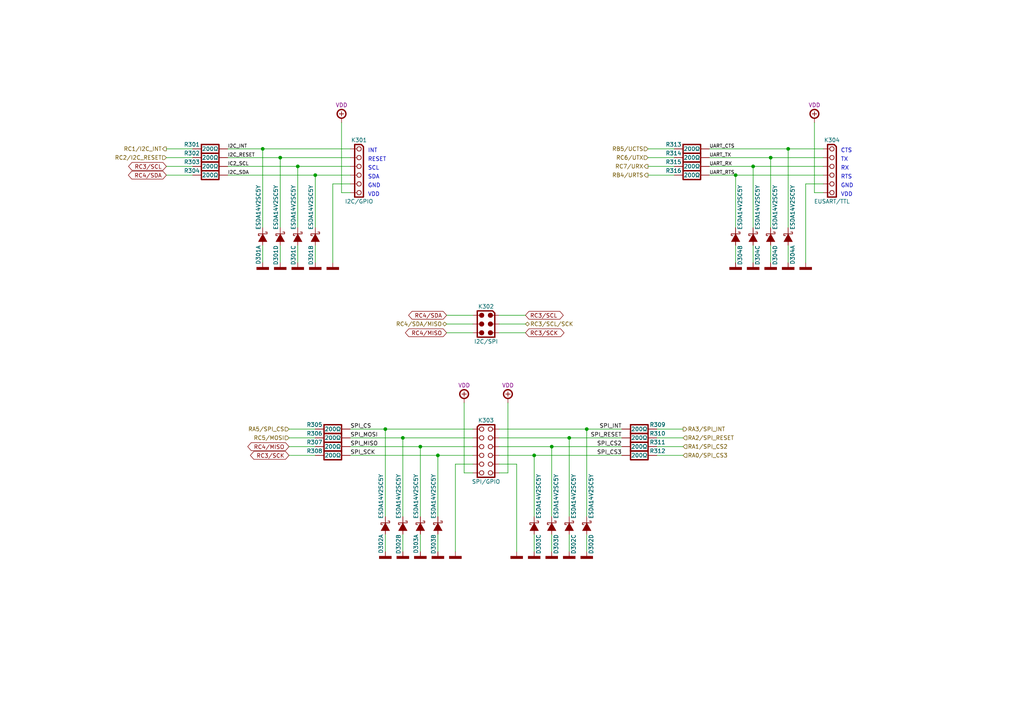
<source format=kicad_sch>
(kicad_sch (version 20250114) (generator "eeschema") (generator_version "9.0")
  (paper "A4")
  (title_block (title "Modules") (date "01/2022") (rev "A") (comment 1 "PIC8-Bit Trainer"))
  (lib_symbols
    (symbol "tronixio:+VDD" (power) (pin_numbers (hide yes)) (pin_names (offset 0) (hide yes))
      (property "Description" "VDD" (at 0 5.08 0))
      (symbol "+VDD_0_1"
        (polyline (pts (xy -0.635 2.54) (xy 0.635 2.54)) (stroke (width 0.2)))
        (circle (center 0 2.54) (radius 1.27) (stroke (width 0.4)))
        (polyline (pts (xy 0 1.905) (xy 0 3.175)) (stroke (width 0.2)))
      )
      (symbol "+VDD_1_1"
        (pin power_in line (at 0 0 90) (length 1.27) (name "~") (number "1"))
      )
    )
    (symbol "tronixio:GND" (power) (pin_numbers (hide yes)) (pin_names (offset 0) (hide yes))
      (symbol "GND_0_1"
        (rectangle (start -1.778 -2.032) (end 1.778 -1.27) (stroke (width 0.001)) (fill (type outline)))
      )
      (symbol "GND_1_1"
        (pin power_in line (at 0 0 270) (length 1.27) (name "~") (number "1"))
      )
    )
    (symbol "tronixio:HARWIN-254-M-2X03-RIGHT-ANGLE" (pin_numbers (hide yes)) (pin_names (offset 0) (hide yes))
      (property "Reference" "K" (at 1.27 2.54 0))
      (property "Value" "HARWIN-254-M-2X03-RIGHT-ANGLE" (at 1.27 -7.62 0))
      (symbol "HARWIN-254-M-2X03-RIGHT-ANGLE_0_0"
        (polyline (pts (xy -1.27 -6.35) (xy 3.81 -6.35) (xy 3.81 1.27) (xy -0.635 1.27) (xy -1.27 0.635) (xy -1.27 -6.35)) (stroke (width 0.4)))
        (circle (center 0 0) (radius 0.635) (stroke (width 0.2)) (fill (type outline)))
        (circle (center 0 -2.54) (radius 0.635) (stroke (width 0.2)) (fill (type outline)))
        (circle (center 0 -5.08) (radius 0.635) (stroke (width 0.2)) (fill (type outline)))
        (circle (center 2.54 0) (radius 0.635) (stroke (width 0.2)) (fill (type outline)))
        (circle (center 2.54 -2.54) (radius 0.635) (stroke (width 0.2)) (fill (type outline)))
        (circle (center 2.54 -5.08) (radius 0.635) (stroke (width 0.2)) (fill (type outline)))
      )
      (symbol "HARWIN-254-M-2X03-RIGHT-ANGLE_1_1"
        (pin passive line (at -2.54 0 0) (length 1.905) (name "1") (number "1"))
        (pin passive line (at -2.54 -2.54 0) (length 1.905) (name "3") (number "3"))
        (pin passive line (at -2.54 -5.08 0) (length 1.905) (name "5") (number "5"))
        (pin passive line (at 5.08 0 180) (length 1.905) (name "2") (number "2"))
        (pin passive line (at 5.08 -2.54 180) (length 1.905) (name "4") (number "4"))
        (pin passive line (at 5.08 -5.08 180) (length 1.905) (name "6") (number "6"))
      )
    )
    (symbol "tronixio:RESISTOR-1206-200R-5P" (pin_numbers (hide yes)) (pin_names (offset 0) (hide yes))
      (property "Reference" "R" (at 0.635 3.81 0))
      (property "Value" "200Ω" (at 0 0 90))
      (symbol "RESISTOR-1206-200R-5P_0_1"
        (rectangle (start -1.27 -2.54) (end 1.27 2.54) (stroke (width 0.4)))
      )
      (symbol "RESISTOR-1206-200R-5P_1_1"
        (pin passive line (at 0 5.08 270) (length 2.54) (name "~") (number "1"))
        (pin passive line (at 0 -5.08 90) (length 2.54) (name "~") (number "2"))
      )
    )
    (symbol "tronixio:SAMTEC-254-F-1X06-RIGHT-ANGLE" (pin_numbers (hide yes)) (pin_names (offset 0) (hide yes))
      (property "Reference" "K" (at 0 2.54 0))
      (property "Value" "SAMTEC-SSW-106-02-T-S-RA" (at 0 -15.24 0))
      (symbol "SAMTEC-254-F-1X06-RIGHT-ANGLE_0_1"
        (polyline (pts (xy -1.27 -13.97) (xy 1.27 -13.97) (xy 1.27 0.635) (xy 0.635 1.27) (xy -1.27 1.27) (xy -1.27 -13.97)) (stroke (width 0.4)))
        (circle (center 0 0) (radius 0.635) (stroke (width 0.2)))
        (circle (center 0 -2.54) (radius 0.635) (stroke (width 0.2)))
        (circle (center 0 -5.08) (radius 0.635) (stroke (width 0.2)))
        (circle (center 0 -7.62) (radius 0.635) (stroke (width 0.2)))
        (circle (center 0 -10.16) (radius 0.635) (stroke (width 0.2)))
        (circle (center 0 -12.7) (radius 0.635) (stroke (width 0.2)))
      )
      (symbol "SAMTEC-254-F-1X06-RIGHT-ANGLE_1_1"
        (pin passive line (at -2.54 0 0) (length 1.905) (name "1") (number "1"))
        (pin passive line (at -2.54 -2.54 0) (length 1.905) (name "2") (number "2"))
        (pin passive line (at -2.54 -5.08 0) (length 1.905) (name "3") (number "3"))
        (pin passive line (at -2.54 -7.62 0) (length 1.905) (name "4") (number "4"))
        (pin passive line (at -2.54 -10.16 0) (length 1.905) (name "5") (number "5"))
        (pin passive line (at -2.54 -12.7 0) (length 1.905) (name "6") (number "6"))
      )
    )
    (symbol "tronixio:SAMTEC-254-F-2X06-RIGHT-ANGLE" (pin_numbers (hide yes)) (pin_names (offset 0) (hide yes))
      (property "Reference" "K" (at 1.27 2.54 0))
      (property "Value" "~" (at 1.27 -15.24 0))
      (symbol "SAMTEC-254-F-2X06-RIGHT-ANGLE_0_0"
        (polyline (pts (xy -1.27 -13.97) (xy 3.81 -13.97) (xy 3.81 1.27) (xy -0.635 1.27) (xy -1.27 0.635) (xy -1.27 -13.97)) (stroke (width 0.4)))
        (circle (center 0 0) (radius 0.635) (stroke (width 0.2)))
        (circle (center 0 -2.54) (radius 0.635) (stroke (width 0.2)))
        (circle (center 0 -5.08) (radius 0.635) (stroke (width 0.2)))
        (circle (center 0 -7.62) (radius 0.635) (stroke (width 0.2)))
        (circle (center 0 -10.16) (radius 0.635) (stroke (width 0.2)))
        (circle (center 0 -12.7) (radius 0.635) (stroke (width 0.2)))
        (circle (center 2.54 0) (radius 0.635) (stroke (width 0.2)))
        (circle (center 2.54 -2.54) (radius 0.635) (stroke (width 0.2)))
        (circle (center 2.54 -5.08) (radius 0.635) (stroke (width 0.2)))
        (circle (center 2.54 -7.62) (radius 0.635) (stroke (width 0.2)))
        (circle (center 2.54 -10.16) (radius 0.635) (stroke (width 0.2)))
        (circle (center 2.54 -12.7) (radius 0.635) (stroke (width 0.2)))
      )
      (symbol "SAMTEC-254-F-2X06-RIGHT-ANGLE_1_1"
        (pin passive line (at -2.54 0 0) (length 1.905) (name "1") (number "1"))
        (pin passive line (at -2.54 -2.54 0) (length 1.905) (name "3") (number "3"))
        (pin passive line (at -2.54 -5.08 0) (length 1.905) (name "5") (number "5"))
        (pin passive line (at -2.54 -7.62 0) (length 1.905) (name "7") (number "7"))
        (pin passive line (at -2.54 -10.16 0) (length 1.905) (name "9") (number "9"))
        (pin passive line (at -2.54 -12.7 0) (length 1.905) (name "11") (number "11"))
        (pin passive line (at 5.08 0 180) (length 1.905) (name "2") (number "2"))
        (pin passive line (at 5.08 -2.54 180) (length 1.905) (name "4") (number "4"))
        (pin passive line (at 5.08 -5.08 180) (length 1.905) (name "6") (number "6"))
        (pin passive line (at 5.08 -7.62 180) (length 1.905) (name "8") (number "8"))
        (pin passive line (at 5.08 -10.16 180) (length 1.905) (name "10") (number "10"))
        (pin passive line (at 5.08 -12.7 180) (length 1.905) (name "12") (number "12"))
      )
    )
    (symbol "tronixio:ST-ESDA14V2SC5Y-SOT-23" (pin_numbers (hide yes)) (pin_names (offset 0) (hide yes))
      (property "Reference" "D" (at 1.27 2.54 0))
      (property "Value" "ESDA14V2SC5Y" (at 1.27 -2.54 0))
      (symbol "ST-ESDA14V2SC5Y-SOT-23_0_1"
        (polyline (pts (xy -1.27 -1.524) (xy 1.27 -1.524) (xy 0 0.762) (xy -1.27 -1.524)) (stroke (width 0.001)) (fill (type outline)))
        (polyline (pts (xy -0.762 0.254) (xy -1.27 0.254) (xy -1.27 0.762) (xy 1.27 0.762) (xy 1.27 1.27) (xy 0.762 1.27)) (stroke (width 0.2)))
      )
      (symbol "ST-ESDA14V2SC5Y-SOT-23_1_1"
        (pin passive line (at 0 2.54 270) (length 1.905) (name "C") (number "1"))
        (pin passive line (at 0 -2.54 90) (length 1.27) (name "A") (number "2"))
      )
      (symbol "ST-ESDA14V2SC5Y-SOT-23_2_1"
        (pin passive line (at 0 2.54 270) (length 1.905) (name "C") (number "3"))
        (pin passive line (at 0 -2.54 90) (length 1.27) (name "A") (number "2"))
      )
      (symbol "ST-ESDA14V2SC5Y-SOT-23_3_1"
        (pin passive line (at 0 2.54 270) (length 1.905) (name "C") (number "4"))
        (pin passive line (at 0 -2.54 90) (length 1.27) (name "A") (number "2"))
      )
      (symbol "ST-ESDA14V2SC5Y-SOT-23_4_1"
        (pin passive line (at 0 2.54 270) (length 1.905) (name "C") (number "5"))
        (pin passive line (at 0 -2.54 90) (length 1.27) (name "A") (number "2"))
      )
    )
  )
  (text "INT" (at 106.68 44.45 0) (effects (font (size 1.15 1.15)) (justify left bottom)))
  (text "TX" (at 243.84 46.99 0) (effects (font (size 1.15 1.15)) (justify left bottom)))
  (text "VDD" (at 106.68 57.15 0) (effects (font (size 1.15 1.15)) (justify left bottom)))
  (text "SCL" (at 106.68 49.53 0) (effects (font (size 1.15 1.15)) (justify left bottom)))
  (text "GND" (at 106.68 54.61 0) (effects (font (size 1.15 1.15)) (justify left bottom)))
  (text "RX" (at 243.84 49.53 0) (effects (font (size 1.15 1.15)) (justify left bottom)))
  (text "GND" (at 243.84 54.61 0) (effects (font (size 1.15 1.15)) (justify left bottom)))
  (text "SDA" (at 106.68 52.07 0) (effects (font (size 1.15 1.15)) (justify left bottom)))
  (text "CTS" (at 243.84 44.45 0) (effects (font (size 1.15 1.15)) (justify left bottom)))
  (text "VDD" (at 243.84 57.15 0) (effects (font (size 1.15 1.15)) (justify left bottom)))
  (text "RESET" (at 106.68 46.99 0) (effects (font (size 1.15 1.15)) (justify left bottom)))
  (text "RTS" (at 243.84 52.07 0) (effects (font (size 1.15 1.15)) (justify left bottom)))
  (junction (at 228.6 43.18))
  (junction (at 86.36 48.26))
  (junction (at 127 132.08))
  (junction (at 170.18 124.46))
  (junction (at 116.84 127))
  (junction (at 218.44 48.26))
  (junction (at 154.94 132.08))
  (junction (at 111.76 124.46))
  (junction (at 121.92 129.54))
  (junction (at 81.28 45.72))
  (junction (at 76.2 43.18))
  (junction (at 165.1 127))
  (junction (at 223.52 45.72))
  (junction (at 160.02 129.54))
  (junction (at 91.44 50.8))
  (junction (at 213.36 50.8))
  (wire (pts (xy 144.78 134.62) (xy 149.86 134.62)))
  (wire (pts (xy 223.52 71.12) (xy 223.52 76.2)))
  (wire (pts (xy 187.96 50.8) (xy 195.58 50.8)))
  (wire (pts (xy 91.44 71.12) (xy 91.44 76.2)))
  (wire (pts (xy 144.78 96.52) (xy 152.4 96.52)))
  (wire (pts (xy 99.06 55.88) (xy 101.6 55.88)))
  (wire (pts (xy 205.74 43.18) (xy 228.6 43.18)))
  (wire (pts (xy 144.78 137.16) (xy 147.32 137.16)))
  (wire (pts (xy 236.22 35.56) (xy 236.22 55.88)))
  (wire (pts (xy 81.28 71.12) (xy 81.28 76.2)))
  (wire (pts (xy 111.76 154.94) (xy 111.76 160.02)))
  (wire (pts (xy 160.02 154.94) (xy 160.02 160.02)))
  (wire (pts (xy 134.62 137.16) (xy 137.16 137.16)))
  (wire (pts (xy 111.76 149.86) (xy 111.76 124.46)))
  (wire (pts (xy 83.82 124.46) (xy 91.44 124.46)))
  (wire (pts (xy 86.36 71.12) (xy 86.36 76.2)))
  (wire (pts (xy 127 154.94) (xy 127 160.02)))
  (wire (pts (xy 144.78 129.54) (xy 160.02 129.54)))
  (wire (pts (xy 213.36 71.12) (xy 213.36 76.2)))
  (wire (pts (xy 228.6 43.18) (xy 238.76 43.18)))
  (wire (pts (xy 213.36 50.8) (xy 213.36 66.04)))
  (wire (pts (xy 190.5 127) (xy 198.12 127)))
  (wire (pts (xy 116.84 127) (xy 116.84 149.86)))
  (wire (pts (xy 121.92 129.54) (xy 121.92 149.86)))
  (wire (pts (xy 205.74 50.8) (xy 213.36 50.8)))
  (wire (pts (xy 132.08 134.62) (xy 137.16 134.62)))
  (wire (pts (xy 228.6 43.18) (xy 228.6 66.04)))
  (wire (pts (xy 134.62 137.16) (xy 134.62 116.84)))
  (wire (pts (xy 160.02 129.54) (xy 160.02 149.86)))
  (wire (pts (xy 190.5 132.08) (xy 198.12 132.08)))
  (wire (pts (xy 236.22 55.88) (xy 238.76 55.88)))
  (wire (pts (xy 101.6 127) (xy 116.84 127)))
  (wire (pts (xy 154.94 132.08) (xy 180.34 132.08)))
  (wire (pts (xy 76.2 43.18) (xy 76.2 66.04)))
  (wire (pts (xy 129.54 93.98) (xy 137.16 93.98)))
  (wire (pts (xy 101.6 129.54) (xy 121.92 129.54)))
  (wire (pts (xy 187.96 48.26) (xy 195.58 48.26)))
  (wire (pts (xy 48.26 48.26) (xy 55.88 48.26)))
  (wire (pts (xy 165.1 154.94) (xy 165.1 160.02)))
  (wire (pts (xy 129.54 91.44) (xy 137.16 91.44)))
  (wire (pts (xy 91.44 50.8) (xy 91.44 66.04)))
  (wire (pts (xy 66.04 43.18) (xy 76.2 43.18)))
  (wire (pts (xy 101.6 124.46) (xy 111.76 124.46)))
  (wire (pts (xy 81.28 45.72) (xy 101.6 45.72)))
  (wire (pts (xy 66.04 48.26) (xy 86.36 48.26)))
  (wire (pts (xy 144.78 93.98) (xy 152.4 93.98)))
  (wire (pts (xy 116.84 127) (xy 137.16 127)))
  (wire (pts (xy 205.74 48.26) (xy 218.44 48.26)))
  (wire (pts (xy 76.2 71.12) (xy 76.2 76.2)))
  (wire (pts (xy 83.82 127) (xy 91.44 127)))
  (wire (pts (xy 190.5 129.54) (xy 198.12 129.54)))
  (wire (pts (xy 144.78 91.44) (xy 152.4 91.44)))
  (wire (pts (xy 170.18 154.94) (xy 170.18 160.02)))
  (wire (pts (xy 91.44 50.8) (xy 101.6 50.8)))
  (wire (pts (xy 127 132.08) (xy 137.16 132.08)))
  (wire (pts (xy 99.06 55.88) (xy 99.06 35.56)))
  (wire (pts (xy 81.28 45.72) (xy 81.28 66.04)))
  (wire (pts (xy 144.78 124.46) (xy 170.18 124.46)))
  (wire (pts (xy 66.04 45.72) (xy 81.28 45.72)))
  (wire (pts (xy 111.76 124.46) (xy 137.16 124.46)))
  (wire (pts (xy 228.6 71.12) (xy 228.6 76.2)))
  (wire (pts (xy 48.26 50.8) (xy 55.88 50.8)))
  (wire (pts (xy 48.26 43.18) (xy 55.88 43.18)))
  (wire (pts (xy 149.86 160.02) (xy 149.86 134.62)))
  (wire (pts (xy 187.96 43.18) (xy 195.58 43.18)))
  (wire (pts (xy 154.94 154.94) (xy 154.94 160.02)))
  (wire (pts (xy 165.1 149.86) (xy 165.1 127)))
  (wire (pts (xy 83.82 129.54) (xy 91.44 129.54)))
  (wire (pts (xy 154.94 132.08) (xy 154.94 149.86)))
  (wire (pts (xy 121.92 129.54) (xy 137.16 129.54)))
  (wire (pts (xy 205.74 45.72) (xy 223.52 45.72)))
  (wire (pts (xy 144.78 132.08) (xy 154.94 132.08)))
  (wire (pts (xy 48.26 45.72) (xy 55.88 45.72)))
  (wire (pts (xy 218.44 48.26) (xy 218.44 66.04)))
  (wire (pts (xy 233.68 76.2) (xy 233.68 53.34)))
  (wire (pts (xy 132.08 134.62) (xy 132.08 160.02)))
  (wire (pts (xy 213.36 50.8) (xy 238.76 50.8)))
  (wire (pts (xy 187.96 45.72) (xy 195.58 45.72)))
  (wire (pts (xy 165.1 127) (xy 180.34 127)))
  (wire (pts (xy 121.92 154.94) (xy 121.92 160.02)))
  (wire (pts (xy 96.52 53.34) (xy 96.52 76.2)))
  (wire (pts (xy 66.04 50.8) (xy 91.44 50.8)))
  (wire (pts (xy 76.2 43.18) (xy 101.6 43.18)))
  (wire (pts (xy 86.36 48.26) (xy 101.6 48.26)))
  (wire (pts (xy 86.36 48.26) (xy 86.36 66.04)))
  (wire (pts (xy 170.18 149.86) (xy 170.18 124.46)))
  (wire (pts (xy 223.52 45.72) (xy 238.76 45.72)))
  (wire (pts (xy 147.32 137.16) (xy 147.32 116.84)))
  (wire (pts (xy 223.52 45.72) (xy 223.52 66.04)))
  (wire (pts (xy 127 132.08) (xy 127 149.86)))
  (wire (pts (xy 129.54 96.52) (xy 137.16 96.52)))
  (wire (pts (xy 218.44 48.26) (xy 238.76 48.26)))
  (wire (pts (xy 190.5 124.46) (xy 198.12 124.46)))
  (wire (pts (xy 170.18 124.46) (xy 180.34 124.46)))
  (wire (pts (xy 96.52 53.34) (xy 101.6 53.34)))
  (wire (pts (xy 144.78 127) (xy 165.1 127)))
  (wire (pts (xy 233.68 53.34) (xy 238.76 53.34)))
  (wire (pts (xy 218.44 71.12) (xy 218.44 76.2)))
  (wire (pts (xy 101.6 132.08) (xy 127 132.08)))
  (wire (pts (xy 83.82 132.08) (xy 91.44 132.08)))
  (wire (pts (xy 116.84 154.94) (xy 116.84 160.02)))
  (wire (pts (xy 160.02 129.54) (xy 180.34 129.54)))
  (label "SPI_MISO" (at 101.6 129.54 0) (effects (font (size 1.15 1.15))))
  (label "SPI_MOSI" (at 101.6 127 0) (effects (font (size 1.15 1.15))))
  (label "UART_RTS" (at 205.74 50.8 0) (effects (font (size 1 1))))
  (label "SPI_CS2" (at 180.34 129.54 180) (effects (font (size 1.15 1.15))))
  (label "UART_TX" (at 205.74 45.72 0) (effects (font (size 1 1))))
  (label "UART_CTS" (at 205.74 43.18 0) (effects (font (size 1 1))))
  (label "I2C_SDA" (at 66.04 50.8 0) (effects (font (size 1 1))))
  (label "IC2_SCL" (at 66.04 48.26 0) (effects (font (size 1 1))))
  (label "SPI_RESET" (at 180.34 127 180) (effects (font (size 1.15 1.15))))
  (label "UART_RX" (at 205.74 48.26 0) (effects (font (size 1 1))))
  (label "SPI_SCK" (at 101.6 132.08 0) (effects (font (size 1.15 1.15))))
  (label "I2C_RESET" (at 66.04 45.72 0) (effects (font (size 1 1))))
  (label "SPI_INT" (at 180.34 124.46 180) (effects (font (size 1.15 1.15))))
  (label "I2C_INT" (at 66.04 43.18 0) (effects (font (size 1 1))))
  (label "SPI_CS" (at 101.6 124.46 0) (effects (font (size 1.15 1.15))))
  (label "SPI_CS3" (at 180.34 132.08 180) (effects (font (size 1.15 1.15))))
  (global_label "RC3{slash}SCK" (shape bidirectional) (at 83.82 132.08 180) (effects (font (size 1.15 1.15))) (property "Intersheetrefs" "${INTERSHEET_REFS}" (effects (hide yes))))
  (global_label "RC4{slash}MISO" (shape bidirectional) (at 129.54 96.52 180) (effects (font (size 1.15 1.15))) (property "Intersheetrefs" "${INTERSHEET_REFS}" (effects (hide yes))))
  (global_label "RC3{slash}SCL" (shape bidirectional) (at 48.26 48.26 180) (effects (font (size 1.15 1.15))) (property "Intersheetrefs" "${INTERSHEET_REFS}" (effects (hide yes))))
  (global_label "RC3{slash}SCL" (shape bidirectional) (at 152.4 91.44 0) (effects (font (size 1.15 1.15))) (property "Intersheetrefs" "${INTERSHEET_REFS}" (effects (hide yes))))
  (global_label "RC4{slash}SDA" (shape bidirectional) (at 48.26 50.8 180) (effects (font (size 1.15 1.15))) (property "Intersheetrefs" "${INTERSHEET_REFS}" (effects (hide yes))))
  (global_label "RC3{slash}SCK" (shape bidirectional) (at 152.4 96.52 0) (effects (font (size 1.15 1.15))) (property "Intersheetrefs" "${INTERSHEET_REFS}" (effects (hide yes))))
  (global_label "RC4{slash}MISO" (shape bidirectional) (at 83.82 129.54 180) (effects (font (size 1.15 1.15))) (property "Intersheetrefs" "${INTERSHEET_REFS}" (effects (hide yes))))
  (global_label "RC4{slash}SDA" (shape bidirectional) (at 129.54 91.44 180) (effects (font (size 1.15 1.15))) (property "Intersheetrefs" "${INTERSHEET_REFS}" (effects (hide yes))))
  (hierarchical_label "RA0{slash}SPI_CS3" (shape input) (at 198.12 132.08 0) (effects (font (size 1.15 1.15))))
  (hierarchical_label "RB5{slash}UCTS" (shape input) (at 187.96 43.18 180) (effects (font (size 1.15 1.15))))
  (hierarchical_label "RA2{slash}SPI_RESET" (shape input) (at 198.12 127 0) (effects (font (size 1.15 1.15))))
  (hierarchical_label "RC7{slash}URX" (shape output) (at 187.96 48.26 180) (effects (font (size 1.15 1.15))))
  (hierarchical_label "RB4{slash}URTS" (shape output) (at 187.96 50.8 180) (effects (font (size 1.15 1.15))))
  (hierarchical_label "RA5{slash}SPI_CS" (shape input) (at 83.82 124.46 180) (effects (font (size 1.15 1.15))))
  (hierarchical_label "RC5{slash}MOSI" (shape input) (at 83.82 127 180) (effects (font (size 1.15 1.15))))
  (hierarchical_label "RC3{slash}SCL{slash}SCK" (shape bidirectional) (at 152.4 93.98 0) (effects (font (size 1.15 1.15))))
  (hierarchical_label "RC6{slash}UTX" (shape input) (at 187.96 45.72 180) (effects (font (size 1.15 1.15))))
  (hierarchical_label "RA1{slash}SPI_CS2" (shape input) (at 198.12 129.54 0) (effects (font (size 1.15 1.15))))
  (hierarchical_label "RA3{slash}SPI_INT" (shape output) (at 198.12 124.46 0) (effects (font (size 1.15 1.15))))
  (hierarchical_label "RC1{slash}I2C_INT" (shape output) (at 48.26 43.18 180) (effects (font (size 1.15 1.15))))
  (hierarchical_label "RC2{slash}I2C_RESET" (shape input) (at 48.26 45.72 180) (effects (font (size 1.15 1.15))))
  (hierarchical_label "RC4{slash}SDA{slash}MISO" (shape bidirectional) (at 129.54 93.98 180) (effects (font (size 1.15 1.15))))
  (symbol (lib_id "tronixio:RESISTOR-1206-200R-5P") (at 185.42 132.08 90) (unit 1)
    (property "Reference" "R312" (at 193.04 130.81 90) (effects (font (size 1.15 1.15)) (justify left)))
    (property "Value" "200Ω" (at 185.42 132.08 90) (effects (font (size 1.15 1.15))))
    (property "Footprint" "tronixio:RESISTOR-SMD-1206" (effects (hide yes)))
    (property "Description" "Resistor" (effects (hide yes)))
    (property "Tolerance" "5%" (effects (hide yes)))
    (property "Mouser" "660-RK73B2BTTDD201J" (effects (hide yes)))
  )
  (symbol (lib_id "tronixio:+VDD") (at 236.22 35.56 0) (unit 1)
    (property "Reference" "#PWR0126" (effects (hide yes)))
    (property "Value" "POWER-VDD" (effects (hide yes)))
    (property "Description" "VDD" (at 236.22 30.48 0) (effects (font (size 1.15 1.15))))
  )
  (symbol (lib_id "tronixio:GND") (at 154.94 160.02 0) (unit 1)
    (property "Reference" "#PWR0117" (effects (hide yes)))
    (property "Value" "POWER-GND" (effects (hide yes)))
    (property "Description" "GND" (effects (hide yes)))
  )
  (symbol (lib_id "tronixio:GND") (at 116.84 160.02 0) (unit 1)
    (property "Reference" "#PWR0120" (effects (hide yes)))
    (property "Value" "POWER-GND" (effects (hide yes)))
    (property "Description" "GND" (effects (hide yes)))
  )
  (symbol (lib_id "tronixio:RESISTOR-1206-200R-5P") (at 96.52 132.08 90) (unit 1)
    (property "Reference" "R308" (at 88.9 130.81 90) (effects (font (size 1.15 1.15)) (justify right)))
    (property "Value" "200Ω" (at 96.52 132.08 90) (effects (font (size 1.15 1.15))))
    (property "Footprint" "tronixio:RESISTOR-SMD-1206" (effects (hide yes)))
    (property "Description" "Resistor" (effects (hide yes)))
    (property "Tolerance" "5%" (effects (hide yes)))
    (property "Mouser" "660-RK73B2BTTDD201J" (effects (hide yes)))
  )
  (symbol (lib_id "tronixio:GND") (at 233.68 76.2 0) (unit 1)
    (property "Reference" "#PWR0127" (effects (hide yes)))
    (property "Value" "POWER-GND" (effects (hide yes)))
    (property "Description" "GND" (effects (hide yes)))
  )
  (symbol (lib_id "tronixio:ST-ESDA14V2SC5Y-SOT-23") (at 121.92 152.4 0) (unit 1)
    (property "Reference" "D303" (at 120.65 154.94 90) (effects (font (size 1.15 1.15)) (justify right)))
    (property "Value" "ESDA14V2SC5Y" (at 120.65 150.495 90) (effects (font (size 1.15 1.15)) (justify left)))
    (property "Footprint" "tronixio:SOT-23-5" (effects (hide yes)))
    (property "Datasheet" "http://www.st.com/content/ccc/resource/technical/document/datasheet/6c/ab/7a/c8/ed/5a/4e/94/DM00231412.pdf/files/DM00231412.pdf/jcr:content/translations/en.DM00231412.pdf" (effects (hide yes)))
    (property "Mouser" "511-ESDA14V2SC5Y" (effects (hide yes)))
  )
  (symbol (lib_id "tronixio:ST-ESDA14V2SC5Y-SOT-23") (at 81.28 68.58 0) (unit 4)
    (property "Reference" "D301" (at 80.01 71.12 90) (effects (font (size 1.15 1.15)) (justify right)))
    (property "Value" "ESDA14V2SC5Y" (at 80.01 66.675 90) (effects (font (size 1.15 1.15)) (justify left)))
    (property "Footprint" "tronixio:SOT-23-5" (effects (hide yes)))
    (property "Datasheet" "http://www.st.com/content/ccc/resource/technical/document/datasheet/6c/ab/7a/c8/ed/5a/4e/94/DM00231412.pdf/files/DM00231412.pdf/jcr:content/translations/en.DM00231412.pdf" (effects (hide yes)))
    (property "Mouser" "511-ESDA14V2SC5Y" (effects (hide yes)))
  )
  (symbol (lib_id "tronixio:RESISTOR-1206-200R-5P") (at 60.96 43.18 90) (unit 1)
    (property "Reference" "R301" (at 53.34 41.91 90) (effects (font (size 1.15 1.15)) (justify right)))
    (property "Value" "200Ω" (at 60.96 43.18 90) (effects (font (size 1.15 1.15))))
    (property "Footprint" "tronixio:RESISTOR-SMD-1206" (effects (hide yes)))
    (property "Description" "Resistor" (effects (hide yes)))
    (property "Tolerance" "5%" (effects (hide yes)))
    (property "Mouser" "660-RK73B2BTTDD201J" (effects (hide yes)))
  )
  (symbol (lib_id "tronixio:ST-ESDA14V2SC5Y-SOT-23") (at 228.6 68.58 0) (unit 1)
    (property "Reference" "D304" (at 229.87 71.12 90) (effects (font (size 1.15 1.15)) (justify right)))
    (property "Value" "ESDA14V2SC5Y" (at 229.87 66.675 90) (effects (font (size 1.15 1.15)) (justify left)))
    (property "Footprint" "tronixio:SOT-23-5" (effects (hide yes)))
    (property "Datasheet" "http://www.st.com/content/ccc/resource/technical/document/datasheet/6c/ab/7a/c8/ed/5a/4e/94/DM00231412.pdf/files/DM00231412.pdf/jcr:content/translations/en.DM00231412.pdf" (effects (hide yes)))
    (property "Mouser" "511-ESDA14V2SC5Y" (effects (hide yes)))
  )
  (symbol (lib_id "tronixio:GND") (at 81.28 76.2 0) (unit 1)
    (property "Reference" "#PWR0134" (effects (hide yes)))
    (property "Value" "POWER-GND" (effects (hide yes)))
    (property "Description" "GND" (effects (hide yes)))
  )
  (symbol (lib_id "tronixio:GND") (at 170.18 160.02 0) (unit 1)
    (property "Reference" "#PWR0123" (effects (hide yes)))
    (property "Value" "POWER-GND" (effects (hide yes)))
    (property "Description" "GND" (effects (hide yes)))
  )
  (symbol (lib_id "tronixio:GND") (at 121.92 160.02 0) (unit 1)
    (property "Reference" "#PWR0121" (effects (hide yes)))
    (property "Value" "POWER-GND" (effects (hide yes)))
    (property "Description" "GND" (effects (hide yes)))
  )
  (symbol (lib_id "tronixio:RESISTOR-1206-200R-5P") (at 200.66 45.72 90) (unit 1)
    (property "Reference" "R314" (at 193.04 44.45 90) (effects (font (size 1.15 1.15)) (justify right)))
    (property "Value" "200Ω" (at 200.66 45.72 90) (effects (font (size 1.15 1.15))))
    (property "Footprint" "tronixio:RESISTOR-SMD-1206" (effects (hide yes)))
    (property "Description" "Resistor" (effects (hide yes)))
    (property "Tolerance" "5%" (effects (hide yes)))
    (property "Mouser" "660-RK73B2BTTDD201J" (effects (hide yes)))
  )
  (symbol (lib_id "tronixio:ST-ESDA14V2SC5Y-SOT-23") (at 154.94 152.4 0) (unit 3)
    (property "Reference" "D303" (at 156.21 154.94 90) (effects (font (size 1.15 1.15)) (justify right)))
    (property "Value" "ESDA14V2SC5Y" (at 156.21 150.495 90) (effects (font (size 1.15 1.15)) (justify left)))
    (property "Footprint" "tronixio:SOT-23-5" (effects (hide yes)))
    (property "Datasheet" "http://www.st.com/content/ccc/resource/technical/document/datasheet/6c/ab/7a/c8/ed/5a/4e/94/DM00231412.pdf/files/DM00231412.pdf/jcr:content/translations/en.DM00231412.pdf" (effects (hide yes)))
    (property "Mouser" "511-ESDA14V2SC5Y" (effects (hide yes)))
  )
  (symbol (lib_id "tronixio:ST-ESDA14V2SC5Y-SOT-23") (at 170.18 152.4 0) (unit 4)
    (property "Reference" "D302" (at 171.45 154.94 90) (effects (font (size 1.15 1.15)) (justify right)))
    (property "Value" "ESDA14V2SC5Y" (at 171.45 150.495 90) (effects (font (size 1.15 1.15)) (justify left)))
    (property "Footprint" "tronixio:SOT-23-5" (effects (hide yes)))
    (property "Datasheet" "http://www.st.com/content/ccc/resource/technical/document/datasheet/6c/ab/7a/c8/ed/5a/4e/94/DM00231412.pdf/files/DM00231412.pdf/jcr:content/translations/en.DM00231412.pdf" (effects (hide yes)))
    (property "Mouser" "511-ESDA14V2SC5Y" (effects (hide yes)))
  )
  (symbol (lib_id "tronixio:+VDD") (at 134.62 116.84 0) (unit 1)
    (property "Reference" "#PWR0137" (effects (hide yes)))
    (property "Value" "POWER-VDD" (effects (hide yes)))
    (property "Description" "VDD" (at 134.62 111.76 0) (effects (font (size 1.15 1.15))))
  )
  (symbol (lib_id "tronixio:ST-ESDA14V2SC5Y-SOT-23") (at 165.1 152.4 0) (unit 3)
    (property "Reference" "D302" (at 166.37 154.94 90) (effects (font (size 1.15 1.15)) (justify right)))
    (property "Value" "ESDA14V2SC5Y" (at 166.37 150.495 90) (effects (font (size 1.15 1.15)) (justify left)))
    (property "Footprint" "tronixio:SOT-23-5" (effects (hide yes)))
    (property "Datasheet" "http://www.st.com/content/ccc/resource/technical/document/datasheet/6c/ab/7a/c8/ed/5a/4e/94/DM00231412.pdf/files/DM00231412.pdf/jcr:content/translations/en.DM00231412.pdf" (effects (hide yes)))
    (property "Mouser" "511-ESDA14V2SC5Y" (effects (hide yes)))
  )
  (symbol (lib_id "tronixio:RESISTOR-1206-200R-5P") (at 185.42 124.46 90) (unit 1)
    (property "Reference" "R309" (at 193.04 123.19 90) (effects (font (size 1.15 1.15)) (justify left)))
    (property "Value" "200Ω" (at 185.42 124.46 90) (effects (font (size 1.15 1.15))))
    (property "Footprint" "tronixio:RESISTOR-SMD-1206" (effects (hide yes)))
    (property "Description" "Resistor" (effects (hide yes)))
    (property "Tolerance" "5%" (effects (hide yes)))
    (property "Mouser" "660-RK73B2BTTDD201J" (effects (hide yes)))
  )
  (symbol (lib_id "tronixio:SAMTEC-254-F-1X06-RIGHT-ANGLE") (at 241.3 43.18 0) (unit 1)
    (property "Reference" "K304" (at 241.3 40.64 0) (effects (font (size 1.15 1.15))))
    (property "Value" "EUSART/TTL" (at 241.3 58.42 0) (effects (font (size 1.15 1.15))))
    (property "Footprint" "tronixio:SAMTEC-SSW-106-02-T-S-RA" (effects (hide yes)))
    (property "Datasheet" "http://suddendocs.samtec.com/catalog_english/ssw_th.pdf" (effects (hide yes)))
    (property "Mouser" "200-SSW10603TSRA" (effects (hide yes)))
  )
  (symbol (lib_id "tronixio:RESISTOR-1206-200R-5P") (at 60.96 50.8 90) (unit 1)
    (property "Reference" "R304" (at 53.34 49.53 90) (effects (font (size 1.15 1.15)) (justify right)))
    (property "Value" "200Ω" (at 60.96 50.8 90) (effects (font (size 1.15 1.15))))
    (property "Footprint" "tronixio:RESISTOR-SMD-1206" (effects (hide yes)))
    (property "Description" "Resistor" (effects (hide yes)))
    (property "Tolerance" "5%" (effects (hide yes)))
    (property "Mouser" "660-RK73B2BTTDD201J" (effects (hide yes)))
  )
  (symbol (lib_id "tronixio:GND") (at 91.44 76.2 0) (unit 1)
    (property "Reference" "#PWR0132" (effects (hide yes)))
    (property "Value" "POWER-GND" (effects (hide yes)))
    (property "Description" "GND" (effects (hide yes)))
  )
  (symbol (lib_id "tronixio:ST-ESDA14V2SC5Y-SOT-23") (at 91.44 68.58 0) (unit 2)
    (property "Reference" "D301" (at 90.17 71.12 90) (effects (font (size 1.15 1.15)) (justify right)))
    (property "Value" "ESDA14V2SC5Y" (at 90.17 66.675 90) (effects (font (size 1.15 1.15)) (justify left)))
    (property "Footprint" "tronixio:SOT-23-5" (effects (hide yes)))
    (property "Datasheet" "http://www.st.com/content/ccc/resource/technical/document/datasheet/6c/ab/7a/c8/ed/5a/4e/94/DM00231412.pdf/files/DM00231412.pdf/jcr:content/translations/en.DM00231412.pdf" (effects (hide yes)))
    (property "Mouser" "511-ESDA14V2SC5Y" (effects (hide yes)))
  )
  (symbol (lib_id "tronixio:+VDD") (at 99.06 35.56 0) (unit 1)
    (property "Reference" "#PWR0125" (effects (hide yes)))
    (property "Value" "POWER-VDD" (effects (hide yes)))
    (property "Description" "VDD" (at 99.06 30.48 0) (effects (font (size 1.15 1.15))))
  )
  (symbol (lib_id "tronixio:GND") (at 218.44 76.2 0) (unit 1)
    (property "Reference" "#PWR0130" (effects (hide yes)))
    (property "Value" "POWER-GND" (effects (hide yes)))
    (property "Description" "GND" (effects (hide yes)))
  )
  (symbol (lib_id "tronixio:GND") (at 228.6 76.2 0) (unit 1)
    (property "Reference" "#PWR0128" (effects (hide yes)))
    (property "Value" "POWER-GND" (effects (hide yes)))
    (property "Description" "GND" (effects (hide yes)))
  )
  (symbol (lib_id "tronixio:SAMTEC-254-F-1X06-RIGHT-ANGLE") (at 104.14 43.18 0) (unit 1)
    (property "Reference" "K301" (at 104.14 40.64 0) (effects (font (size 1.15 1.15))))
    (property "Value" "I2C/GPIO" (at 104.14 58.42 0) (effects (font (size 1.15 1.15))))
    (property "Footprint" "tronixio:SAMTEC-SSW-106-02-T-S-RA" (effects (hide yes)))
    (property "Datasheet" "http://suddendocs.samtec.com/catalog_english/ssw_th.pdf" (effects (hide yes)))
    (property "Mouser" "200-SSW10603TSRA" (effects (hide yes)))
  )
  (symbol (lib_id "tronixio:GND") (at 160.02 160.02 0) (unit 1)
    (property "Reference" "#PWR0115" (effects (hide yes)))
    (property "Value" "POWER-GND" (effects (hide yes)))
    (property "Description" "GND" (effects (hide yes)))
  )
  (symbol (lib_id "tronixio:GND") (at 223.52 76.2 0) (unit 1)
    (property "Reference" "#PWR0129" (effects (hide yes)))
    (property "Value" "POWER-GND" (effects (hide yes)))
    (property "Description" "GND" (effects (hide yes)))
  )
  (symbol (lib_id "tronixio:ST-ESDA14V2SC5Y-SOT-23") (at 213.36 68.58 0) (unit 2)
    (property "Reference" "D304" (at 214.63 71.12 90) (effects (font (size 1.15 1.15)) (justify right)))
    (property "Value" "ESDA14V2SC5Y" (at 214.63 66.675 90) (effects (font (size 1.15 1.15)) (justify left)))
    (property "Footprint" "tronixio:SOT-23-5" (effects (hide yes)))
    (property "Datasheet" "http://www.st.com/content/ccc/resource/technical/document/datasheet/6c/ab/7a/c8/ed/5a/4e/94/DM00231412.pdf/files/DM00231412.pdf/jcr:content/translations/en.DM00231412.pdf" (effects (hide yes)))
    (property "Mouser" "511-ESDA14V2SC5Y" (effects (hide yes)))
  )
  (symbol (lib_id "tronixio:GND") (at 149.86 160.02 0) (unit 1)
    (property "Reference" "#PWR0116" (effects (hide yes)))
    (property "Value" "POWER-GND" (effects (hide yes)))
    (property "Description" "GND" (effects (hide yes)))
  )
  (symbol (lib_id "tronixio:RESISTOR-1206-200R-5P") (at 185.42 127 90) (unit 1)
    (property "Reference" "R310" (at 193.04 125.73 90) (effects (font (size 1.15 1.15)) (justify left)))
    (property "Value" "200Ω" (at 185.42 127 90) (effects (font (size 1.15 1.15))))
    (property "Footprint" "tronixio:RESISTOR-SMD-1206" (effects (hide yes)))
    (property "Description" "Resistor" (effects (hide yes)))
    (property "Tolerance" "5%" (effects (hide yes)))
    (property "Mouser" "660-RK73B2BTTDD201J" (effects (hide yes)))
  )
  (symbol (lib_id "tronixio:RESISTOR-1206-200R-5P") (at 200.66 43.18 90) (unit 1)
    (property "Reference" "R313" (at 193.04 41.91 90) (effects (font (size 1.15 1.15)) (justify right)))
    (property "Value" "200Ω" (at 200.66 43.18 90) (effects (font (size 1.15 1.15))))
    (property "Footprint" "tronixio:RESISTOR-SMD-1206" (effects (hide yes)))
    (property "Description" "Resistor" (effects (hide yes)))
    (property "Tolerance" "5%" (effects (hide yes)))
    (property "Mouser" "660-RK73B2BTTDD201J" (effects (hide yes)))
  )
  (symbol (lib_id "tronixio:GND") (at 132.08 160.02 0) (unit 1)
    (property "Reference" "#PWR0118" (effects (hide yes)))
    (property "Value" "POWER-GND" (effects (hide yes)))
    (property "Description" "GND" (effects (hide yes)))
  )
  (symbol (lib_id "tronixio:GND") (at 213.36 76.2 0) (unit 1)
    (property "Reference" "#PWR0131" (effects (hide yes)))
    (property "Value" "POWER-GND" (effects (hide yes)))
    (property "Description" "GND" (effects (hide yes)))
  )
  (symbol (lib_id "tronixio:ST-ESDA14V2SC5Y-SOT-23") (at 111.76 152.4 0) (unit 1)
    (property "Reference" "D302" (at 110.49 154.94 90) (effects (font (size 1.15 1.15)) (justify right)))
    (property "Value" "ESDA14V2SC5Y" (at 110.49 150.495 90) (effects (font (size 1.15 1.15)) (justify left)))
    (property "Footprint" "tronixio:SOT-23-5" (effects (hide yes)))
    (property "Datasheet" "http://www.st.com/content/ccc/resource/technical/document/datasheet/6c/ab/7a/c8/ed/5a/4e/94/DM00231412.pdf/files/DM00231412.pdf/jcr:content/translations/en.DM00231412.pdf" (effects (hide yes)))
    (property "Mouser" "511-ESDA14V2SC5Y" (effects (hide yes)))
  )
  (symbol (lib_id "tronixio:RESISTOR-1206-200R-5P") (at 60.96 45.72 90) (unit 1)
    (property "Reference" "R302" (at 53.34 44.45 90) (effects (font (size 1.15 1.15)) (justify right)))
    (property "Value" "200Ω" (at 60.96 45.72 90) (effects (font (size 1.15 1.15))))
    (property "Footprint" "tronixio:RESISTOR-SMD-1206" (effects (hide yes)))
    (property "Description" "Resistor" (effects (hide yes)))
    (property "Tolerance" "5%" (effects (hide yes)))
    (property "Mouser" "660-RK73B2BTTDD201J" (effects (hide yes)))
  )
  (symbol (lib_id "tronixio:HARWIN-254-M-2X03-RIGHT-ANGLE") (at 142.24 91.44 0) (mirror y) (unit 1)
    (property "Reference" "K302" (at 140.97 88.9 0) (effects (font (size 1.15 1.15))))
    (property "Value" "I2C/SPI" (at 140.97 99.06 0) (effects (font (size 1.15 1.15))))
    (property "Footprint" "tronixio:HARWIN-M20-974034x" (effects (hide yes)))
    (property "Datasheet" "https://www.harwin.com/products/M20-9740346/" (effects (hide yes)))
    (property "Description" "M20 Series - 2.54mm Pitch PCB Connector" (effects (hide yes)))
    (property "Mouser" "855-M20-974034" (effects (hide yes)))
  )
  (symbol (lib_id "tronixio:GND") (at 76.2 76.2 0) (unit 1)
    (property "Reference" "#PWR0136" (effects (hide yes)))
    (property "Value" "POWER-GND" (effects (hide yes)))
    (property "Description" "GND" (effects (hide yes)))
  )
  (symbol (lib_id "tronixio:ST-ESDA14V2SC5Y-SOT-23") (at 223.52 68.58 0) (unit 4)
    (property "Reference" "D304" (at 224.79 71.12 90) (effects (font (size 1.15 1.15)) (justify right)))
    (property "Value" "ESDA14V2SC5Y" (at 224.79 66.675 90) (effects (font (size 1.15 1.15)) (justify left)))
    (property "Footprint" "tronixio:SOT-23-5" (effects (hide yes)))
    (property "Datasheet" "http://www.st.com/content/ccc/resource/technical/document/datasheet/6c/ab/7a/c8/ed/5a/4e/94/DM00231412.pdf/files/DM00231412.pdf/jcr:content/translations/en.DM00231412.pdf" (effects (hide yes)))
    (property "Mouser" "511-ESDA14V2SC5Y" (effects (hide yes)))
  )
  (symbol (lib_id "tronixio:ST-ESDA14V2SC5Y-SOT-23") (at 76.2 68.58 0) (unit 1)
    (property "Reference" "D301" (at 74.93 71.12 90) (effects (font (size 1.15 1.15)) (justify right)))
    (property "Value" "ESDA14V2SC5Y" (at 74.93 66.675 90) (effects (font (size 1.15 1.15)) (justify left)))
    (property "Footprint" "tronixio:SOT-23-5" (effects (hide yes)))
    (property "Datasheet" "http://www.st.com/content/ccc/resource/technical/document/datasheet/6c/ab/7a/c8/ed/5a/4e/94/DM00231412.pdf/files/DM00231412.pdf/jcr:content/translations/en.DM00231412.pdf" (effects (hide yes)))
    (property "Mouser" "511-ESDA14V2SC5Y" (effects (hide yes)))
  )
  (symbol (lib_id "tronixio:ST-ESDA14V2SC5Y-SOT-23") (at 160.02 152.4 0) (unit 4)
    (property "Reference" "D303" (at 161.29 154.94 90) (effects (font (size 1.15 1.15)) (justify right)))
    (property "Value" "ESDA14V2SC5Y" (at 161.29 150.495 90) (effects (font (size 1.15 1.15)) (justify left)))
    (property "Footprint" "tronixio:SOT-23-5" (effects (hide yes)))
    (property "Datasheet" "http://www.st.com/content/ccc/resource/technical/document/datasheet/6c/ab/7a/c8/ed/5a/4e/94/DM00231412.pdf/files/DM00231412.pdf/jcr:content/translations/en.DM00231412.pdf" (effects (hide yes)))
    (property "Mouser" "511-ESDA14V2SC5Y" (effects (hide yes)))
  )
  (symbol (lib_id "tronixio:ST-ESDA14V2SC5Y-SOT-23") (at 127 152.4 0) (unit 2)
    (property "Reference" "D303" (at 125.73 154.94 90) (effects (font (size 1.15 1.15)) (justify right)))
    (property "Value" "ESDA14V2SC5Y" (at 125.73 150.495 90) (effects (font (size 1.15 1.15)) (justify left)))
    (property "Footprint" "tronixio:SOT-23-5" (effects (hide yes)))
    (property "Datasheet" "http://www.st.com/content/ccc/resource/technical/document/datasheet/6c/ab/7a/c8/ed/5a/4e/94/DM00231412.pdf/files/DM00231412.pdf/jcr:content/translations/en.DM00231412.pdf" (effects (hide yes)))
    (property "Mouser" "511-ESDA14V2SC5Y" (effects (hide yes)))
  )
  (symbol (lib_id "tronixio:ST-ESDA14V2SC5Y-SOT-23") (at 86.36 68.58 0) (unit 3)
    (property "Reference" "D301" (at 85.09 71.12 90) (effects (font (size 1.15 1.15)) (justify right)))
    (property "Value" "ESDA14V2SC5Y" (at 85.09 66.675 90) (effects (font (size 1.15 1.15)) (justify left)))
    (property "Footprint" "tronixio:SOT-23-5" (effects (hide yes)))
    (property "Datasheet" "http://www.st.com/content/ccc/resource/technical/document/datasheet/6c/ab/7a/c8/ed/5a/4e/94/DM00231412.pdf/files/DM00231412.pdf/jcr:content/translations/en.DM00231412.pdf" (effects (hide yes)))
    (property "Mouser" "511-ESDA14V2SC5Y" (effects (hide yes)))
  )
  (symbol (lib_id "tronixio:RESISTOR-1206-200R-5P") (at 96.52 129.54 90) (unit 1)
    (property "Reference" "R307" (at 88.9 128.27 90) (effects (font (size 1.15 1.15)) (justify right)))
    (property "Value" "200Ω" (at 96.52 129.54 90) (effects (font (size 1.15 1.15))))
    (property "Footprint" "tronixio:RESISTOR-SMD-1206" (effects (hide yes)))
    (property "Description" "Resistor" (effects (hide yes)))
    (property "Tolerance" "5%" (effects (hide yes)))
    (property "Mouser" "660-RK73B2BTTDD201J" (effects (hide yes)))
  )
  (symbol (lib_id "tronixio:+VDD") (at 147.32 116.84 0) (unit 1)
    (property "Reference" "#PWR0138" (effects (hide yes)))
    (property "Value" "POWER-VDD" (effects (hide yes)))
    (property "Description" "VDD" (at 147.32 111.76 0) (effects (font (size 1.15 1.15))))
  )
  (symbol (lib_id "tronixio:GND") (at 165.1 160.02 0) (unit 1)
    (property "Reference" "#PWR0124" (effects (hide yes)))
    (property "Value" "POWER-GND" (effects (hide yes)))
    (property "Description" "GND" (effects (hide yes)))
  )
  (symbol (lib_id "tronixio:RESISTOR-1206-200R-5P") (at 60.96 48.26 90) (unit 1)
    (property "Reference" "R303" (at 53.34 46.99 90) (effects (font (size 1.15 1.15)) (justify right)))
    (property "Value" "200Ω" (at 60.96 48.26 90) (effects (font (size 1.15 1.15))))
    (property "Footprint" "tronixio:RESISTOR-SMD-1206" (effects (hide yes)))
    (property "Description" "Resistor" (effects (hide yes)))
    (property "Tolerance" "5%" (effects (hide yes)))
    (property "Mouser" "660-RK73B2BTTDD201J" (effects (hide yes)))
  )
  (symbol (lib_id "tronixio:RESISTOR-1206-200R-5P") (at 185.42 129.54 90) (unit 1)
    (property "Reference" "R311" (at 193.04 128.27 90) (effects (font (size 1.15 1.15)) (justify left)))
    (property "Value" "200Ω" (at 185.42 129.54 90) (effects (font (size 1.15 1.15))))
    (property "Footprint" "tronixio:RESISTOR-SMD-1206" (effects (hide yes)))
    (property "Description" "Resistor" (effects (hide yes)))
    (property "Tolerance" "5%" (effects (hide yes)))
    (property "Mouser" "660-RK73B2BTTDD201J" (effects (hide yes)))
  )
  (symbol (lib_id "tronixio:RESISTOR-1206-200R-5P") (at 96.52 127 90) (unit 1)
    (property "Reference" "R306" (at 88.9 125.73 90) (effects (font (size 1.15 1.15)) (justify right)))
    (property "Value" "200Ω" (at 96.52 127 90) (effects (font (size 1.15 1.15))))
    (property "Footprint" "tronixio:RESISTOR-SMD-1206" (effects (hide yes)))
    (property "Description" "Resistor" (effects (hide yes)))
    (property "Tolerance" "5%" (effects (hide yes)))
    (property "Mouser" "660-RK73B2BTTDD201J" (effects (hide yes)))
  )
  (symbol (lib_id "tronixio:GND") (at 111.76 160.02 0) (unit 1)
    (property "Reference" "#PWR0119" (effects (hide yes)))
    (property "Value" "POWER-GND" (effects (hide yes)))
    (property "Description" "GND" (effects (hide yes)))
  )
  (symbol (lib_id "tronixio:GND") (at 86.36 76.2 0) (unit 1)
    (property "Reference" "#PWR0135" (effects (hide yes)))
    (property "Value" "POWER-GND" (effects (hide yes)))
    (property "Description" "GND" (effects (hide yes)))
  )
  (symbol (lib_id "tronixio:RESISTOR-1206-200R-5P") (at 96.52 124.46 90) (unit 1)
    (property "Reference" "R305" (at 88.9 123.19 90) (effects (font (size 1.15 1.15)) (justify right)))
    (property "Value" "200Ω" (at 96.52 124.46 90) (effects (font (size 1.15 1.15))))
    (property "Footprint" "tronixio:RESISTOR-SMD-1206" (effects (hide yes)))
    (property "Description" "Resistor" (effects (hide yes)))
    (property "Tolerance" "5%" (effects (hide yes)))
    (property "Mouser" "660-RK73B2BTTDD201J" (effects (hide yes)))
  )
  (symbol (lib_id "tronixio:ST-ESDA14V2SC5Y-SOT-23") (at 116.84 152.4 0) (unit 2)
    (property "Reference" "D302" (at 115.57 154.94 90) (effects (font (size 1.15 1.15)) (justify right)))
    (property "Value" "ESDA14V2SC5Y" (at 115.57 150.495 90) (effects (font (size 1.15 1.15)) (justify left)))
    (property "Footprint" "tronixio:SOT-23-5" (effects (hide yes)))
    (property "Datasheet" "http://www.st.com/content/ccc/resource/technical/document/datasheet/6c/ab/7a/c8/ed/5a/4e/94/DM00231412.pdf/files/DM00231412.pdf/jcr:content/translations/en.DM00231412.pdf" (effects (hide yes)))
    (property "Mouser" "511-ESDA14V2SC5Y" (effects (hide yes)))
  )
  (symbol (lib_id "tronixio:ST-ESDA14V2SC5Y-SOT-23") (at 218.44 68.58 0) (unit 3)
    (property "Reference" "D304" (at 219.71 71.12 90) (effects (font (size 1.15 1.15)) (justify right)))
    (property "Value" "ESDA14V2SC5Y" (at 219.71 66.675 90) (effects (font (size 1.15 1.15)) (justify left)))
    (property "Footprint" "tronixio:SOT-23-5" (effects (hide yes)))
    (property "Datasheet" "http://www.st.com/content/ccc/resource/technical/document/datasheet/6c/ab/7a/c8/ed/5a/4e/94/DM00231412.pdf/files/DM00231412.pdf/jcr:content/translations/en.DM00231412.pdf" (effects (hide yes)))
    (property "Mouser" "511-ESDA14V2SC5Y" (effects (hide yes)))
  )
  (symbol (lib_id "tronixio:RESISTOR-1206-200R-5P") (at 200.66 50.8 90) (unit 1)
    (property "Reference" "R316" (at 193.04 49.53 90) (effects (font (size 1.15 1.15)) (justify right)))
    (property "Value" "200Ω" (at 200.66 50.8 90) (effects (font (size 1.15 1.15))))
    (property "Footprint" "tronixio:RESISTOR-SMD-1206" (effects (hide yes)))
    (property "Description" "Resistor" (effects (hide yes)))
    (property "Tolerance" "5%" (effects (hide yes)))
    (property "Mouser" "660-RK73B2BTTDD201J" (effects (hide yes)))
  )
  (symbol (lib_id "tronixio:RESISTOR-1206-200R-5P") (at 200.66 48.26 90) (unit 1)
    (property "Reference" "R315" (at 193.04 46.99 90) (effects (font (size 1.15 1.15)) (justify right)))
    (property "Value" "200Ω" (at 200.66 48.26 90) (effects (font (size 1.15 1.15))))
    (property "Footprint" "tronixio:RESISTOR-SMD-1206" (effects (hide yes)))
    (property "Description" "Resistor" (effects (hide yes)))
    (property "Tolerance" "5%" (effects (hide yes)))
    (property "Mouser" "660-RK73B2BTTDD201J" (effects (hide yes)))
  )
  (symbol (lib_id "tronixio:GND") (at 127 160.02 0) (unit 1)
    (property "Reference" "#PWR0122" (effects (hide yes)))
    (property "Value" "POWER-GND" (effects (hide yes)))
    (property "Description" "GND" (effects (hide yes)))
  )
  (symbol (lib_id "tronixio:SAMTEC-254-F-2X06-RIGHT-ANGLE") (at 139.7 124.46 0) (unit 1)
    (property "Reference" "K303" (at 140.97 121.92 0) (effects (font (size 1.15 1.15))))
    (property "Value" "SPI/GPIO" (at 140.97 139.7 0) (effects (font (size 1.15 1.15))))
    (property "Footprint" "tronixio:SAMTEC-SSW-106-02-T-D-RA" (effects (hide yes)))
    (property "Datasheet" "http://suddendocs.samtec.com/catalog_english/ssw_th.pdf" (effects (hide yes)))
    (property "Mouser" "200-SSW10602TDRA" (effects (hide yes)))
  )
  (symbol (lib_id "tronixio:GND") (at 96.52 76.2 0) (unit 1)
    (property "Reference" "#PWR0133" (effects (hide yes)))
    (property "Value" "POWER-GND" (effects (hide yes)))
    (property "Description" "GND" (effects (hide yes)))
  )
)
</source>
